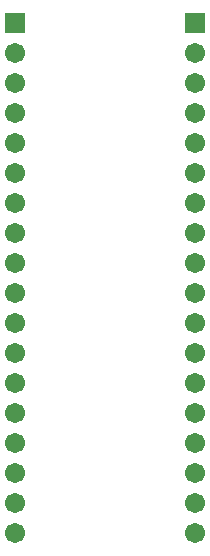
<source format=gbs>
G04*
G04 #@! TF.GenerationSoftware,Altium Limited,Altium Designer,20.2.6 (244)*
G04*
G04 Layer_Color=16711935*
%FSLAX25Y25*%
%MOIN*%
G70*
G04*
G04 #@! TF.SameCoordinates,D6E29031-34EE-49FC-8B92-4996805C0DD5*
G04*
G04*
G04 #@! TF.FilePolarity,Negative*
G04*
G01*
G75*
%ADD30C,0.06706*%
%ADD31R,0.06706X0.06706*%
D30*
X0Y-100000D02*
D03*
Y-110000D02*
D03*
X60000Y-10000D02*
D03*
Y-120000D02*
D03*
Y-170000D02*
D03*
Y-160000D02*
D03*
Y-150000D02*
D03*
Y-140000D02*
D03*
Y-130000D02*
D03*
Y-110000D02*
D03*
Y-100000D02*
D03*
Y-90000D02*
D03*
Y-80000D02*
D03*
Y-70000D02*
D03*
Y-60000D02*
D03*
Y-50000D02*
D03*
Y-40000D02*
D03*
Y-30000D02*
D03*
Y-20000D02*
D03*
X0Y-170000D02*
D03*
Y-160000D02*
D03*
Y-150000D02*
D03*
Y-140000D02*
D03*
Y-130000D02*
D03*
Y-120000D02*
D03*
Y-90000D02*
D03*
Y-80000D02*
D03*
Y-70000D02*
D03*
Y-60000D02*
D03*
Y-50000D02*
D03*
Y-40000D02*
D03*
Y-30000D02*
D03*
Y-20000D02*
D03*
Y-10000D02*
D03*
D31*
X60000Y0D02*
D03*
X0D02*
D03*
M02*

</source>
